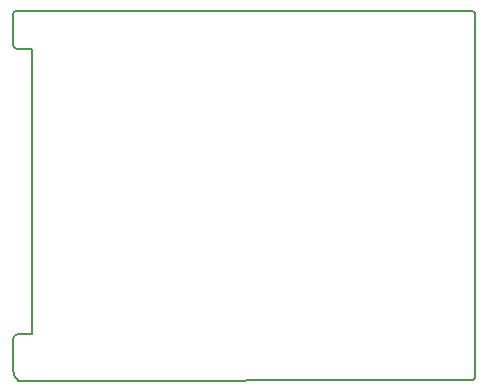
<source format=gko>
G04 Layer: BoardOutline*
G04 EasyEDA v5.9.41, Mon, 04 Feb 2019 09:10:30 GMT*
G04 f7da754788ad4d128d84d1fb51d08027*
G04 Gerber Generator version 0.2*
G04 Scale: 100 percent, Rotated: No, Reflected: No *
G04 Dimensions in millimeters *
G04 leading zeros omitted , absolute positions ,3 integer and 3 decimal *
%FSLAX33Y33*%
%MOMM*%
G90*
G71D02*

%ADD10C,0.200000*%
G54D10*
G01X454Y0D02*
G01X38808Y2D01*
G01X38925Y33D01*
G01X39032Y106D01*
G01X39111Y213D01*
G01X39146Y345D01*
G01X39156Y31036D01*
G01X39111Y31115D01*
G01X39052Y31193D01*
G01X38908Y31272D01*
G01X38737Y31300D01*
G01X376Y31323D01*
G75*
G01X375Y31321D02*
G03X0Y30941I0J-375D01*
G01*
G01X0Y30944D02*
G01X0Y28448D01*
G75*
G01X2Y28449D02*
G03X382Y28074I375J0D01*
G01*
G01X381Y28074D02*
G01X1656Y28074D01*
G01X1646Y4800D01*
G01X1646Y4800D02*
G01X1646Y3911D01*
G01X411Y3909D01*
G75*
G01X412Y3910D02*
G03X37Y3530I0J-375D01*
G01*
G75*
G01X39Y805D02*
G03X456Y2I973J-4D01*
G01*
G01X38Y3515D02*
G01X40Y810D01*

%LPD*%
M00*
M02*

</source>
